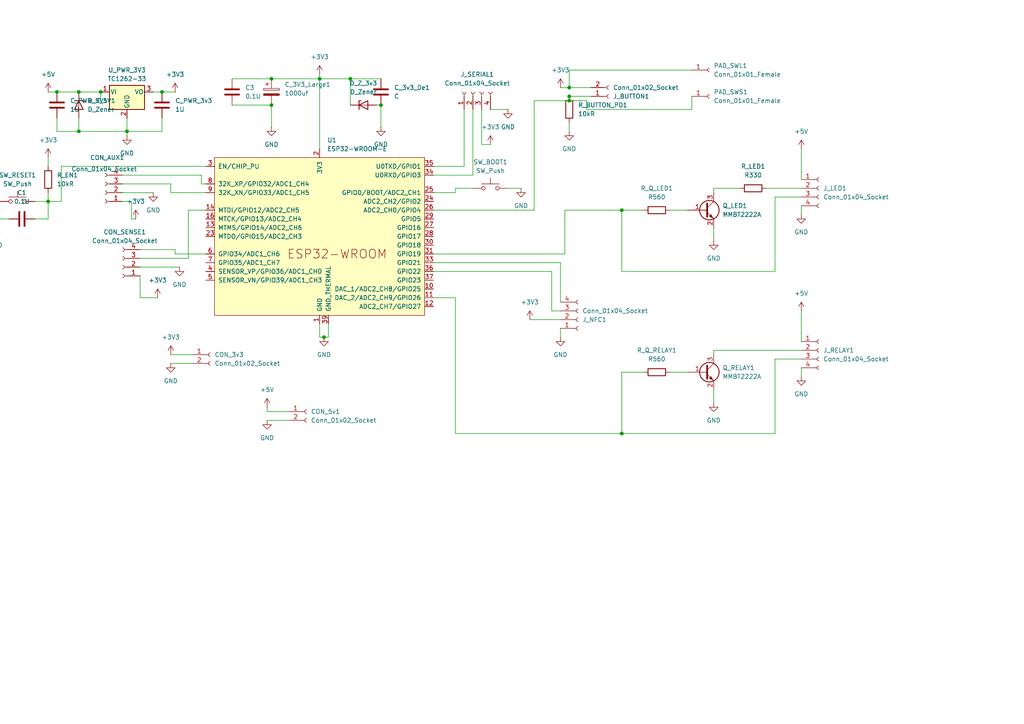
<source format=kicad_sch>
(kicad_sch (version 20231120) (generator "eeschema") (generator_version "8.0")
  (paper "A4")
  (lib_symbols
    (symbol "Connector:Conn_01x01_Female" (pin_names (offset 1.016) hide)
      (property "Reference" "J" (at 0 2.54 0))
      (property "Value" "Conn_01x01_Female" (at 0 -2.54 0))
      (symbol "Conn_01x01_Female_1_1"
        (polyline (pts (xy -1.27 0) (xy -0.508 0)) (stroke (width 0.1524)))
        (arc (start 0 0.508) (mid -0.5058 0) (end 0 -0.508) (stroke (width 0.1524)))
        (pin passive line (at -5.08 0 0) (length 3.81) (name "Pin_1") (number "1"))
      )
    )
    (symbol "Connector:Conn_01x02_Socket" (pin_names (offset 1.016) hide)
      (property "Reference" "J" (at 0 2.54 0))
      (property "Value" "Conn_01x02_Socket" (at 0 -5.08 0))
      (symbol "Conn_01x02_Socket_1_1"
        (arc (start 0 -2.032) (mid -0.5058 -2.54) (end 0 -3.048) (stroke (width 0.1524)))
        (polyline (pts (xy -1.27 -2.54) (xy -0.508 -2.54)) (stroke (width 0.1524)))
        (polyline (pts (xy -1.27 0) (xy -0.508 0)) (stroke (width 0.1524)))
        (arc (start 0 0.508) (mid -0.5058 0) (end 0 -0.508) (stroke (width 0.1524)))
        (pin passive line (at -5.08 0 0) (length 3.81) (name "Pin_1") (number "1"))
        (pin passive line (at -5.08 -2.54 0) (length 3.81) (name "Pin_2") (number "2"))
      )
    )
    (symbol "Connector:Conn_01x04_Socket" (pin_names (offset 1.016) hide)
      (property "Reference" "J" (at 0 5.08 0))
      (property "Value" "Conn_01x04_Socket" (at 0 -7.62 0))
      (symbol "Conn_01x04_Socket_1_1"
        (arc (start 0 -4.572) (mid -0.5058 -5.08) (end 0 -5.588) (stroke (width 0.1524)))
        (arc (start 0 -2.032) (mid -0.5058 -2.54) (end 0 -3.048) (stroke (width 0.1524)))
        (polyline (pts (xy -1.27 -5.08) (xy -0.508 -5.08)) (stroke (width 0.1524)))
        (polyline (pts (xy -1.27 -2.54) (xy -0.508 -2.54)) (stroke (width 0.1524)))
        (polyline (pts (xy -1.27 0) (xy -0.508 0)) (stroke (width 0.1524)))
        (polyline (pts (xy -1.27 2.54) (xy -0.508 2.54)) (stroke (width 0.1524)))
        (arc (start 0 0.508) (mid -0.5058 0) (end 0 -0.508) (stroke (width 0.1524)))
        (arc (start 0 3.048) (mid -0.5058 2.54) (end 0 2.032) (stroke (width 0.1524)))
        (pin passive line (at -5.08 2.54 0) (length 3.81) (name "Pin_1") (number "1"))
        (pin passive line (at -5.08 0 0) (length 3.81) (name "Pin_2") (number "2"))
        (pin passive line (at -5.08 -2.54 0) (length 3.81) (name "Pin_3") (number "3"))
        (pin passive line (at -5.08 -5.08 0) (length 3.81) (name "Pin_4") (number "4"))
      )
    )
    (symbol "Device:C" (pin_numbers hide) (pin_names (offset 0.254))
      (property "Reference" "C" (at 0.635 2.54 0))
      (property "Value" "C" (at 0.635 -2.54 0))
      (symbol "C_0_1"
        (polyline (pts (xy -2.032 -0.762) (xy 2.032 -0.762)) (stroke (width 0.508)))
        (polyline (pts (xy -2.032 0.762) (xy 2.032 0.762)) (stroke (width 0.508)))
      )
      (symbol "C_1_1"
        (pin passive line (at 0 3.81 270) (length 2.794) (name "~") (number "1"))
        (pin passive line (at 0 -3.81 90) (length 2.794) (name "~") (number "2"))
      )
    )
    (symbol "Device:C_Polarized" (pin_numbers hide) (pin_names (offset 0.254))
      (property "Reference" "C" (at 0.635 2.54 0))
      (property "Value" "C_Polarized" (at 0.635 -2.54 0))
      (symbol "C_Polarized_0_1"
        (rectangle (start -2.286 0.508) (end 2.286 1.016))
        (polyline (pts (xy -1.778 2.286) (xy -0.762 2.286)))
        (polyline (pts (xy -1.27 2.794) (xy -1.27 1.778)))
        (rectangle (start 2.286 -0.508) (end -2.286 -1.016) (fill (type outline)))
      )
      (symbol "C_Polarized_1_1"
        (pin passive line (at 0 3.81 270) (length 2.794) (name "~") (number "1"))
        (pin passive line (at 0 -3.81 90) (length 2.794) (name "~") (number "2"))
      )
    )
    (symbol "Device:D_Zener" (pin_numbers hide) (pin_names (offset 1.016) hide)
      (property "Reference" "D" (at 0 2.54 0))
      (property "Value" "D_Zener" (at 0 -2.54 0))
      (symbol "D_Zener_0_1"
        (polyline (pts (xy 1.27 0) (xy -1.27 0)))
        (polyline (pts (xy -1.27 -1.27) (xy -1.27 1.27) (xy -0.762 1.27)) (stroke (width 0.254)))
        (polyline (pts (xy 1.27 -1.27) (xy 1.27 1.27) (xy -1.27 0) (xy 1.27 -1.27)) (stroke (width 0.254)))
      )
      (symbol "D_Zener_1_1"
        (pin passive line (at -3.81 0 0) (length 2.54) (name "K") (number "1"))
        (pin passive line (at 3.81 0 180) (length 2.54) (name "A") (number "2"))
      )
    )
    (symbol "Device:R" (pin_numbers hide) (pin_names (offset 0))
      (property "Reference" "R" (at 2.032 0 90))
      (property "Value" "R" (at 0 0 90))
      (symbol "R_0_1"
        (rectangle (start -1.016 -2.54) (end 1.016 2.54) (stroke (width 0.254)))
      )
      (symbol "R_1_1"
        (pin passive line (at 0 3.81 270) (length 1.27) (name "~") (number "1"))
        (pin passive line (at 0 -3.81 90) (length 1.27) (name "~") (number "2"))
      )
    )
    (symbol "PCM_Espressif:ESP32-WROOM-E" (pin_names (offset 1.016))
      (property "Reference" "U" (at -30.48 27.94 0))
      (property "Value" "ESP32-WROOM-E" (at -30.48 25.4 0))
      (symbol "ESP32-WROOM-E_0_1"
        (rectangle (start -30.48 22.86) (end 30.48 -22.86) (fill (type background)))
      )
      (symbol "ESP32-WROOM-E_1_1"
        (text "ESP32-­WROOM­" (at 5.08 -5.08 0) (effects (font (size 2.54 2.54))))
        (pin power_in line (at 0 -25.4 90) (length 2.54) (name "GND") (number "1"))
        (pin bidirectional line (at 33.02 -15.24 180) (length 2.54) (name "DAC_1/ADC2_CH8/GPIO25") (number "10"))
        (pin bidirectional line (at 33.02 -17.78 180) (length 2.54) (name "DAC_2/ADC2_CH9/GPIO26") (number "11"))
        (pin bidirectional line (at 33.02 -20.32 180) (length 2.54) (name "ADC2_CH7/GPIO27") (number "12"))
        (pin bidirectional line (at -33.02 2.54 0) (length 2.54) (name "MTMS/GPIO14/ADC2_CH6") (number "13"))
        (pin bidirectional line (at -33.02 7.62 0) (length 2.54) (name "MTDI/GPIO12/ADC2_CH5") (number "14"))
        (pin passive line (at 0 -25.4 90) (length 2.54) hide (name "GND") (number "15"))
        (pin bidirectional line (at -33.02 5.08 0) (length 2.54) (name "MTCK/GPIO13/ADC2_CH4") (number "16"))
        (pin power_in line (at 0 25.4 270) (length 2.54) (name "3V3") (number "2"))
        (pin bidirectional line (at -33.02 0 0) (length 2.54) (name "MTDO/GPIO15/ADC2_CH3") (number "23"))
        (pin bidirectional line (at 33.02 10.16 180) (length 2.54) (name "ADC2_CH2/GPIO2") (number "24"))
        (pin bidirectional line (at 33.02 12.7 180) (length 2.54) (name "GPIO0/BOOT/ADC2_CH1") (number "25"))
        (pin bidirectional line (at 33.02 7.62 180) (length 2.54) (name "ADC2_CH0/GPIO4") (number "26"))
        (pin bidirectional line (at 33.02 2.54 180) (length 2.54) (name "GPIO16") (number "27"))
        (pin bidirectional line (at 33.02 0 180) (length 2.54) (name "GPIO17") (number "28"))
        (pin bidirectional line (at 33.02 5.08 180) (length 2.54) (name "GPIO5") (number "29"))
        (pin input line (at -33.02 20.32 0) (length 2.54) (name "EN/CHIP_PU") (number "3"))
        (pin bidirectional line (at 33.02 -2.54 180) (length 2.54) (name "GPIO18") (number "30"))
        (pin bidirectional line (at 33.02 -5.08 180) (length 2.54) (name "GPIO19") (number "31"))
        (pin bidirectional line (at 33.02 -7.62 180) (length 2.54) (name "GPIO21") (number "33"))
        (pin bidirectional line (at 33.02 17.78 180) (length 2.54) (name "U0RXD/GPIO3") (number "34"))
        (pin bidirectional line (at 33.02 20.32 180) (length 2.54) (name "U0TXD/GPIO1") (number "35"))
        (pin bidirectional line (at 33.02 -10.16 180) (length 2.54) (name "GPIO22") (number "36"))
        (pin bidirectional line (at 33.02 -12.7 180) (length 2.54) (name "GPIO23") (number "37"))
        (pin passive line (at 0 -25.4 90) (length 2.54) hide (name "GND") (number "38"))
        (pin power_in line (at 2.54 -25.4 90) (length 2.54) (name "GND_THERMAL") (number "39"))
        (pin input line (at -33.02 -10.16 0) (length 2.54) (name "SENSOR_VP/GPIO36/ADC1_CH0") (number "4"))
        (pin input line (at -33.02 -12.7 0) (length 2.54) (name "SENSOR_VN/GPIO39/ADC1_CH3") (number "5"))
        (pin input line (at -33.02 -5.08 0) (length 2.54) (name "GPIO34/ADC1_CH6") (number "6"))
        (pin input line (at -33.02 -7.62 0) (length 2.54) (name "GPIO35/ADC1_CH7") (number "7"))
        (pin bidirectional line (at -33.02 15.24 0) (length 2.54) (name "32K_XP/GPIO32/ADC1_CH4") (number "8"))
        (pin bidirectional line (at -33.02 12.7 0) (length 2.54) (name "32K_XN/GPIO33/ADC1_CH5") (number "9"))
      )
    )
    (symbol "Regulator_Linear:TC1262-33" (pin_names (offset 0.254))
      (property "Reference" "U" (at -3.81 3.175 0))
      (property "Value" "TC1262-33" (at 0 3.175 0))
      (symbol "TC1262-33_1_1"
        (rectangle (start -5.08 1.905) (end 5.08 -5.08) (stroke (width 0.254)) (fill (type background)))
        (pin power_in line (at -7.62 0 0) (length 2.54) (name "VI") (number "1"))
        (pin power_in line (at 0 -7.62 90) (length 2.54) (name "GND") (number "2"))
        (pin power_out line (at 7.62 0 180) (length 2.54) (name "VO") (number "3"))
      )
    )
    (symbol "Switch:SW_Push" (pin_numbers hide) (pin_names (offset 1.016) hide)
      (property "Reference" "SW" (at 1.27 2.54 0))
      (property "Value" "SW_Push" (at 0 -1.524 0))
      (symbol "SW_Push_0_1"
        (circle (center -2.032 0) (radius 0.508))
        (polyline (pts (xy 0 1.27) (xy 0 3.048)))
        (polyline (pts (xy 2.54 1.27) (xy -2.54 1.27)))
        (circle (center 2.032 0) (radius 0.508))
        (pin passive line (at -5.08 0 0) (length 2.54) (name "1") (number "1"))
        (pin passive line (at 5.08 0 180) (length 2.54) (name "2") (number "2"))
      )
    )
    (symbol "Transistor_BJT:MMBT2222A" (pin_names (offset 0) hide)
      (property "Reference" "Q" (at 5.08 1.905 0))
      (property "Value" "MMBT2222A" (at 5.08 0 0))
      (symbol "MMBT2222A_0_1"
        (polyline (pts (xy 0.635 0.635) (xy 2.54 2.54)))
        (polyline (pts (xy 0.635 -0.635) (xy 2.54 -2.54) (xy 2.54 -2.54)))
        (polyline (pts (xy 0.635 1.905) (xy 0.635 -1.905) (xy 0.635 -1.905)) (stroke (width 0.508)))
        (polyline (pts (xy 1.27 -1.778) (xy 1.778 -1.27) (xy 2.286 -2.286) (xy 1.27 -1.778) (xy 1.27 -1.778)) (fill (type outline)))
        (circle (center 1.27 0) (radius 2.8194) (stroke (width 0.254)))
      )
      (symbol "MMBT2222A_1_1"
        (pin input line (at -5.08 0 0) (length 5.715) (name "B") (number "1"))
        (pin passive line (at 2.54 -5.08 90) (length 2.54) (name "E") (number "2"))
        (pin passive line (at 2.54 5.08 270) (length 2.54) (name "C") (number "3"))
      )
    )
    (symbol "power:+3V3" (power) (pin_numbers hide) (pin_names (offset 0) hide)
      (property "Value" "+3V3" (at 0 3.556 0))
      (symbol "+3V3_0_1"
        (polyline (pts (xy -0.762 1.27) (xy 0 2.54)))
        (polyline (pts (xy 0 0) (xy 0 2.54)))
        (polyline (pts (xy 0 2.54) (xy 0.762 1.27)))
      )
      (symbol "+3V3_1_1"
        (pin power_in line (at 0 0 90) (length 0) (name "~") (number "1"))
      )
    )
    (symbol "power:+5V" (power) (pin_numbers hide) (pin_names (offset 0) hide)
      (property "Value" "+5V" (at 0 3.556 0))
      (symbol "+5V_0_1"
        (polyline (pts (xy -0.762 1.27) (xy 0 2.54)))
        (polyline (pts (xy 0 0) (xy 0 2.54)))
        (polyline (pts (xy 0 2.54) (xy 0.762 1.27)))
      )
      (symbol "+5V_1_1"
        (pin power_in line (at 0 0 90) (length 0) (name "~") (number "1"))
      )
    )
    (symbol "power:GND" (power) (pin_numbers hide) (pin_names (offset 0) hide)
      (property "Value" "GND" (at 0 -3.81 0))
      (symbol "GND_0_1"
        (polyline (pts (xy 0 0) (xy 0 -1.27) (xy 1.27 -1.27) (xy 0 -2.54) (xy -1.27 -1.27) (xy 0 -1.27)))
      )
      (symbol "GND_1_1"
        (pin power_in line (at 0 0 270) (length 0) (name "~") (number "1"))
      )
    )
  )
  (junction (at 165.1 27.94))
  (junction (at 93.98 97.79))
  (junction (at 29.21 26.67))
  (junction (at 78.74 22.86))
  (junction (at 110.49 30.48))
  (junction (at 13.97 58.42))
  (junction (at 180.34 125.73))
  (junction (at 22.86 26.67))
  (junction (at 165.1 25.4))
  (junction (at 165.1 29.21))
  (junction (at 22.86 38.1))
  (junction (at 78.74 30.48))
  (junction (at 101.6 22.86))
  (junction (at 36.83 38.1))
  (junction (at 16.51 26.67))
  (junction (at 180.34 60.96))
  (junction (at 46.99 26.67))
  (junction (at 92.71 22.86))
  (junction (at -1.27 63.5))
  (wire (pts (xy 200.66 31.75) (xy 200.66 27.94)))
  (wire (pts (xy 49.53 53.34) (xy 49.53 55.88)))
  (wire (pts (xy 232.41 104.14) (xy 224.79 104.14)))
  (wire (pts (xy 163.83 60.96) (xy 180.34 60.96)))
  (wire (pts (xy 165.1 27.94) (xy 171.45 27.94)))
  (wire (pts (xy 58.42 53.34) (xy 58.42 50.8)))
  (wire (pts (xy 180.34 60.96) (xy 180.34 78.74)))
  (wire (pts (xy 46.99 38.1) (xy 36.83 38.1)))
  (wire (pts (xy 46.99 26.67) (xy 50.8 26.67)))
  (wire (pts (xy 232.41 101.6) (xy 207.01 101.6)))
  (wire (pts (xy 186.69 60.96) (xy 180.34 60.96)))
  (wire (pts (xy 162.56 25.4) (xy 165.1 25.4)))
  (wire (pts (xy 10.16 58.42) (xy 13.97 58.42)))
  (wire (pts (xy 29.21 26.67) (xy 29.21 29.21)))
  (wire (pts (xy 16.51 38.1) (xy 22.86 38.1)))
  (wire (pts (xy 110.49 30.48) (xy 110.49 36.83)))
  (wire (pts (xy 224.79 104.14) (xy 224.79 125.73)))
  (wire (pts (xy 13.97 55.88) (xy 13.97 58.42)))
  (wire (pts (xy 165.1 27.94) (xy 165.1 29.21)))
  (wire (pts (xy 50.8 73.66) (xy 50.8 72.39)))
  (wire (pts (xy 162.56 95.25) (xy 162.56 97.79)))
  (wire (pts (xy 10.16 63.5) (xy 13.97 63.5)))
  (wire (pts (xy 49.53 55.88) (xy 59.69 55.88)))
  (wire (pts (xy 232.41 59.69) (xy 232.41 62.23)))
  (wire (pts (xy 165.1 25.4) (xy 171.45 25.4)))
  (wire (pts (xy 92.71 22.86) (xy 92.71 43.18)))
  (wire (pts (xy -1.27 58.42) (xy -1.27 63.5)))
  (wire (pts (xy 59.69 60.96) (xy 54.61 60.96)))
  (wire (pts (xy 180.34 125.73) (xy 180.34 107.95)))
  (wire (pts (xy 186.69 107.95) (xy 180.34 107.95)))
  (wire (pts (xy 222.25 54.61) (xy 232.41 54.61)))
  (wire (pts (xy 22.86 38.1) (xy 36.83 38.1)))
  (wire (pts (xy 154.94 29.21) (xy 165.1 29.21)))
  (wire (pts (xy 22.86 26.67) (xy 29.21 26.67)))
  (wire (pts (xy 109.22 30.48) (xy 110.49 30.48)))
  (wire (pts (xy 35.56 55.88) (xy 44.45 55.88)))
  (wire (pts (xy 77.47 121.92) (xy 83.82 121.92)))
  (wire (pts (xy 58.42 50.8) (xy 35.56 50.8)))
  (wire (pts (xy 54.61 60.96) (xy 54.61 74.93)))
  (wire (pts (xy 45.72 86.36) (xy 40.64 86.36)))
  (wire (pts (xy 22.86 34.29) (xy 22.86 38.1)))
  (wire (pts (xy 95.25 93.98) (xy 95.25 97.79)))
  (wire (pts (xy 132.08 55.88) (xy 125.73 55.88)))
  (wire (pts (xy 92.71 93.98) (xy 92.71 97.79)))
  (wire (pts (xy 160.02 90.17) (xy 162.56 90.17)))
  (wire (pts (xy 232.41 57.15) (xy 224.79 57.15)))
  (wire (pts (xy 67.31 30.48) (xy 78.74 30.48)))
  (wire (pts (xy 165.1 35.56) (xy 165.1 38.1)))
  (wire (pts (xy 40.64 77.47) (xy 52.07 77.47)))
  (wire (pts (xy 207.01 66.04) (xy 207.01 69.85)))
  (wire (pts (xy 78.74 22.86) (xy 92.71 22.86)))
  (wire (pts (xy 54.61 74.93) (xy 40.64 74.93)))
  (wire (pts (xy 77.47 119.38) (xy 83.82 119.38)))
  (wire (pts (xy 207.01 54.61) (xy 214.63 54.61)))
  (wire (pts (xy 40.64 86.36) (xy 40.64 80.01)))
  (wire (pts (xy 67.31 22.86) (xy 78.74 22.86)))
  (wire (pts (xy 162.56 76.2) (xy 162.56 87.63)))
  (wire (pts (xy 13.97 45.72) (xy 13.97 48.26)))
  (wire (pts (xy 49.53 102.87) (xy 55.88 102.87)))
  (wire (pts (xy 125.73 86.36) (xy 132.08 86.36)))
  (wire (pts (xy 142.24 41.91) (xy 139.7 41.91)))
  (wire (pts (xy 165.1 20.32) (xy 165.1 25.4)))
  (wire (pts (xy 200.66 20.32) (xy 165.1 20.32)))
  (wire (pts (xy 101.6 30.48) (xy 101.6 22.86)))
  (wire (pts (xy 13.97 26.67) (xy 16.51 26.67)))
  (wire (pts (xy 125.73 76.2) (xy 162.56 76.2)))
  (wire (pts (xy 170.18 31.75) (xy 200.66 31.75)))
  (wire (pts (xy 92.71 97.79) (xy 93.98 97.79)))
  (wire (pts (xy 78.74 30.48) (xy 78.74 36.83)))
  (wire (pts (xy 132.08 54.61) (xy 132.08 55.88)))
  (wire (pts (xy 132.08 125.73) (xy 180.34 125.73)))
  (wire (pts (xy 38.1 63.5) (xy 39.37 63.5)))
  (wire (pts (xy 132.08 86.36) (xy 132.08 125.73)))
  (wire (pts (xy 16.51 34.29) (xy 16.51 38.1)))
  (wire (pts (xy 147.32 54.61) (xy 151.13 54.61)))
  (wire (pts (xy 35.56 58.42) (xy 38.1 58.42)))
  (wire (pts (xy 59.69 53.34) (xy 58.42 53.34)))
  (wire (pts (xy 13.97 63.5) (xy 13.97 58.42)))
  (wire (pts (xy 142.24 31.75) (xy 147.32 31.75)))
  (wire (pts (xy 17.78 48.26) (xy 17.78 58.42)))
  (wire (pts (xy 134.62 48.26) (xy 134.62 31.75)))
  (wire (pts (xy 153.67 92.71) (xy 162.56 92.71)))
  (wire (pts (xy 35.56 53.34) (xy 49.53 53.34)))
  (wire (pts (xy 137.16 54.61) (xy 132.08 54.61)))
  (wire (pts (xy 17.78 48.26) (xy 59.69 48.26)))
  (wire (pts (xy 95.25 97.79) (xy 93.98 97.79)))
  (wire (pts (xy 92.71 22.86) (xy 101.6 22.86)))
  (wire (pts (xy -1.27 63.5) (xy -1.27 66.04)))
  (wire (pts (xy -1.27 63.5) (xy 2.54 63.5)))
  (wire (pts (xy 59.69 73.66) (xy 50.8 73.66)))
  (wire (pts (xy 125.73 60.96) (xy 154.94 60.96)))
  (wire (pts (xy 36.83 38.1) (xy 36.83 39.37)))
  (wire (pts (xy 232.41 90.17) (xy 232.41 99.06)))
  (wire (pts (xy 44.45 26.67) (xy 46.99 26.67)))
  (wire (pts (xy 194.31 60.96) (xy 199.39 60.96)))
  (wire (pts (xy 137.16 50.8) (xy 137.16 31.75)))
  (wire (pts (xy 165.1 29.21) (xy 170.18 29.21)))
  (wire (pts (xy 125.73 73.66) (xy 163.83 73.66)))
  (wire (pts (xy 125.73 78.74) (xy 160.02 78.74)))
  (wire (pts (xy 224.79 78.74) (xy 180.34 78.74)))
  (wire (pts (xy 125.73 50.8) (xy 137.16 50.8)))
  (wire (pts (xy 36.83 34.29) (xy 36.83 38.1)))
  (wire (pts (xy 38.1 58.42) (xy 38.1 63.5)))
  (wire (pts (xy 194.31 107.95) (xy 199.39 107.95)))
  (wire (pts (xy 160.02 78.74) (xy 160.02 90.17)))
  (wire (pts (xy 232.41 106.68) (xy 232.41 109.22)))
  (wire (pts (xy 16.51 26.67) (xy 22.86 26.67)))
  (wire (pts (xy 154.94 60.96) (xy 154.94 29.21)))
  (wire (pts (xy 92.71 21.59) (xy 92.71 22.86)))
  (wire (pts (xy 232.41 43.18) (xy 232.41 52.07)))
  (wire (pts (xy 17.78 58.42) (xy 13.97 58.42)))
  (wire (pts (xy 49.53 105.41) (xy 55.88 105.41)))
  (wire (pts (xy 163.83 60.96) (xy 163.83 73.66)))
  (wire (pts (xy 46.99 34.29) (xy 46.99 38.1)))
  (wire (pts (xy 101.6 22.86) (xy 110.49 22.86)))
  (wire (pts (xy 207.01 113.03) (xy 207.01 116.84)))
  (wire (pts (xy 170.18 29.21) (xy 170.18 31.75)))
  (wire (pts (xy 207.01 54.61) (xy 207.01 55.88)))
  (wire (pts (xy 50.8 72.39) (xy 40.64 72.39)))
  (wire (pts (xy 139.7 41.91) (xy 139.7 31.75)))
  (wire (pts (xy 125.73 48.26) (xy 134.62 48.26)))
  (wire (pts (xy 207.01 101.6) (xy 207.01 102.87)))
  (wire (pts (xy 77.47 118.11) (xy 77.47 119.38)))
  (wire (pts (xy 224.79 57.15) (xy 224.79 78.74)))
  (wire (pts (xy 224.79 125.73) (xy 180.34 125.73)))
  (wire (pts (xy 0 58.42) (xy -1.27 58.42)))
  (symbol (lib_id "power:GND") (at 165.1 38.1 0) (unit 1)
    (property "Reference" "#PWR012" (effects (hide yes)))
    (property "Value" "GND" (at 165.1 43.18 0))
    (property "Description" "Power symbol creates a global label with name \"GND\" , ground" (effects (hide yes)))
  )
  (symbol (lib_id "power:+3V3") (at 92.71 21.59 0) (unit 1)
    (property "Reference" "#PWR01" (effects (hide yes)))
    (property "Value" "+3V3" (at 92.71 16.51 0))
    (property "Description" "Power symbol creates a global label with name \"+3V3\"" (effects (hide yes)))
  )
  (symbol (lib_id "power:+3V3") (at 153.67 92.71 0) (unit 1)
    (property "Reference" "#PWR010" (effects (hide yes)))
    (property "Value" "+3V3" (at 153.67 87.63 0))
    (property "Description" "Power symbol creates a global label with name \"+3V3\"" (effects (hide yes)))
  )
  (symbol (lib_id "Connector:Conn_01x02_Socket") (at 60.96 102.87 0) (unit 1)
    (property "Reference" "CON_3v3" (at 62.23 102.8699 0) (effects (justify left)))
    (property "Value" "Conn_01x02_Socket" (at 62.23 105.4099 0) (effects (justify left)))
    (property "Footprint" "Connector_PinHeader_2.54mm:PinHeader_1x02_P2.54mm_Vertical" (effects (hide yes)))
    (property "Description" "Generic connector, single row, 01x02, script generated" (effects (hide yes)))
  )
  (symbol (lib_id "Connector:Conn_01x01_Female") (at 205.74 20.32 0) (unit 1)
    (property "Reference" "PAD_SWL1" (at 207.01 19.0499 0) (effects (justify left)))
    (property "Value" "Conn_01x01_Female" (at 207.01 21.5899 0) (effects (justify left)))
    (property "Footprint" "Connector_Wire:SolderWirePad_1x01_SMD_1x2mm" (effects (hide yes)))
    (property "Description" "Generic connector, single row, 01x01, script generated (kicad-library-utils/schlib/autogen/connector/)" (effects (hide yes)))
  )
  (symbol (lib_id "Device:R") (at 165.1 31.75 0) (unit 1)
    (property "Reference" "R_BUTTON_PD1" (at 167.64 30.4799 0) (effects (justify left)))
    (property "Value" "10kR" (at 167.64 33.0199 0) (effects (justify left)))
    (property "Footprint" "Resistor_SMD:R_2010_5025Metric_Pad1.40x2.65mm_HandSolder" (effects (hide yes)))
    (property "Description" "Resistor" (effects (hide yes)))
  )
  (symbol (lib_id "Connector:Conn_01x04_Socket") (at 167.64 92.71 0) (mirror x) (unit 1)
    (property "Reference" "J_NFC1" (at 168.91 92.7101 0) (effects (justify left)))
    (property "Value" "Conn_01x04_Socket" (at 168.91 90.1701 0) (effects (justify left)))
    (property "Footprint" "Connector_PinSocket_2.54mm:PinSocket_1x04_P2.54mm_Vertical" (effects (hide yes)))
    (property "Description" "Generic connector, single row, 01x04, script generated" (effects (hide yes)))
  )
  (symbol (lib_id "power:+3V3") (at 49.53 102.87 0) (unit 1)
    (property "Reference" "#PWR25" (effects (hide yes)))
    (property "Value" "+3V3" (at 49.53 97.79 0))
    (property "Description" "Power symbol creates a global label with name \"+3V3\"" (effects (hide yes)))
  )
  (symbol (lib_id "power:+3V3") (at 142.24 41.91 0) (unit 1)
    (property "Reference" "#PWR018" (effects (hide yes)))
    (property "Value" "+3V3" (at 142.24 36.83 0))
    (property "Description" "Power symbol creates a global label with name \"+3V3\"" (effects (hide yes)))
  )
  (symbol (lib_id "power:GND") (at 232.41 62.23 0) (unit 1)
    (property "Reference" "#PWR08" (effects (hide yes)))
    (property "Value" "GND" (at 232.41 67.31 0))
    (property "Description" "Power symbol creates a global label with name \"GND\" , ground" (effects (hide yes)))
  )
  (symbol (lib_id "power:GND") (at 49.53 105.41 0) (unit 1)
    (property "Reference" "#PWR26" (effects (hide yes)))
    (property "Value" "GND" (at 49.53 110.49 0))
    (property "Description" "Power symbol creates a global label with name \"GND\" , ground" (effects (hide yes)))
  )
  (symbol (lib_id "Device:C") (at 46.99 30.48 0) (unit 1)
    (property "Reference" "C_PWR_3v3" (at 50.8 29.2099 0) (effects (justify left)))
    (property "Value" "1U" (at 50.8 31.7499 0) (effects (justify left)))
    (property "Footprint" "Capacitor_SMD:C_1808_4520Metric_Pad1.72x2.30mm_HandSolder" (effects (hide yes)))
    (property "Description" "Unpolarized capacitor" (effects (hide yes)))
  )
  (symbol (lib_id "Connector:Conn_01x02_Socket") (at 176.53 27.94 0) (mirror x) (unit 1)
    (property "Reference" "J_BUTTON1" (at 177.8 27.9401 0) (effects (justify left)))
    (property "Value" "Conn_01x02_Socket" (at 177.8 25.4001 0) (effects (justify left)))
    (property "Footprint" "Connector_PinHeader_2.54mm:PinHeader_1x02_P2.54mm_Vertical" (effects (hide yes)))
    (property "Description" "Generic connector, single row, 01x02, script generated" (effects (hide yes)))
  )
  (symbol (lib_id "Connector:Conn_01x04_Socket") (at 35.56 77.47 180) (unit 1)
    (property "Reference" "CON_SENSE1" (at 36.195 67.31 0))
    (property "Value" "Conn_01x04_Socket" (at 36.195 69.85 0))
    (property "Footprint" "Connector_PinHeader_2.54mm:PinHeader_1x04_P2.54mm_Vertical" (effects (hide yes)))
    (property "Description" "Generic connector, single row, 01x04, script generated" (effects (hide yes)))
  )
  (symbol (lib_id "Transistor_BJT:MMBT2222A") (at 204.47 107.95 0) (unit 1)
    (property "Reference" "Q_RELAY1" (at 209.55 106.6799 0) (effects (justify left)))
    (property "Value" "MMBT2222A" (at 209.55 109.2199 0) (effects (justify left)))
    (property "Footprint" "Package_TO_SOT_SMD:SOT-23W_Handsoldering" (effects (hide yes)))
    (property "Datasheet" "https://assets.nexperia.com/documents/data-sheet/MMBT2222A.pdf" (effects (hide yes)))
    (property "Description" "600mA Ic, 40V Vce, NPN Transistor, SOT-23" (effects (hide yes)))
  )
  (symbol (lib_id "Switch:SW_Push") (at 142.24 54.61 0) (unit 1)
    (property "Reference" "SW_BOOT1" (at 142.24 46.99 0))
    (property "Value" "SW_Push" (at 142.24 49.53 0))
    (property "Footprint" "Button_Switch_SMD:SW_SPST_B3S-1000" (effects (hide yes)))
    (property "Description" "Push button switch, generic, two pins" (effects (hide yes)))
  )
  (symbol (lib_id "power:GND") (at 44.45 55.88 0) (unit 1)
    (property "Reference" "#PWR28" (effects (hide yes)))
    (property "Value" "GND" (at 44.45 60.96 0))
    (property "Description" "Power symbol creates a global label with name \"GND\" , ground" (effects (hide yes)))
  )
  (symbol (lib_id "Regulator_Linear:TC1262-33") (at 36.83 26.67 0) (unit 1)
    (property "Reference" "U_PWR_3V3" (at 36.83 20.32 0))
    (property "Value" "TC1262-33" (at 36.83 22.86 0))
    (property "Footprint" "Package_TO_SOT_SMD:SOT-223-3_TabPin2" (effects (hide yes)))
    (property "Datasheet" "http://ww1.microchip.com/downloads/en/DeviceDoc/21373C.pdf" (effects (hide yes)))
    (property "Description" "500mA Low Dropout CMOS Voltage Regulator, Fixed Output 3.3V, TO-220/SOT-223/TO-263" (effects (hide yes)))
  )
  (symbol (lib_id "Connector:Conn_01x04_Socket") (at 137.16 26.67 90) (unit 1)
    (property "Reference" "J_SERIAL1" (at 138.43 21.59 90))
    (property "Value" "Conn_01x04_Socket" (at 138.43 24.13 90))
    (property "Footprint" "Connector_PinSocket_2.54mm:PinSocket_1x04_P2.54mm_Vertical" (effects (hide yes)))
    (property "Description" "Generic connector, single row, 01x04, script generated" (effects (hide yes)))
  )
  (symbol (lib_id "Device:C") (at 16.51 30.48 0) (unit 1)
    (property "Reference" "C_PWR_5V1" (at 20.32 29.2099 0) (effects (justify left)))
    (property "Value" "1U" (at 20.32 31.7499 0) (effects (justify left)))
    (property "Footprint" "Capacitor_SMD:C_1808_4520Metric_Pad1.72x2.30mm_HandSolder" (effects (hide yes)))
    (property "Description" "Unpolarized capacitor" (effects (hide yes)))
  )
  (symbol (lib_id "power:GND") (at 151.13 54.61 0) (unit 1)
    (property "Reference" "#PWR020" (effects (hide yes)))
    (property "Value" "GND" (at 151.13 59.69 0))
    (property "Description" "Power symbol creates a global label with name \"GND\" , ground" (effects (hide yes)))
  )
  (symbol (lib_id "Device:R") (at 13.97 52.07 0) (unit 1)
    (property "Reference" "R_EN1" (at 16.51 50.7999 0) (effects (justify left)))
    (property "Value" "10kR" (at 16.51 53.3399 0) (effects (justify left)))
    (property "Footprint" "Resistor_SMD:R_2010_5025Metric_Pad1.40x2.65mm_HandSolder" (effects (hide yes)))
    (property "Description" "Resistor" (effects (hide yes)))
  )
  (symbol (lib_id "power:+5V") (at 13.97 26.67 0) (unit 1)
    (property "Reference" "#PWR013" (effects (hide yes)))
    (property "Value" "+5V" (at 13.97 21.59 0))
    (property "Description" "Power symbol creates a global label with name \"+5V\"" (effects (hide yes)))
  )
  (symbol (lib_id "Device:C") (at 67.31 26.67 0) (unit 1)
    (property "Reference" "C3" (at 71.12 25.3999 0) (effects (justify left)))
    (property "Value" "0.1U" (at 71.12 27.9399 0) (effects (justify left)))
    (property "Footprint" "Capacitor_SMD:C_1808_4520Metric_Pad1.72x2.30mm_HandSolder" (effects (hide yes)))
    (property "Description" "Unpolarized capacitor" (effects (hide yes)))
  )
  (symbol (lib_id "power:+5V") (at 232.41 43.18 0) (unit 1)
    (property "Reference" "#PWR07" (effects (hide yes)))
    (property "Value" "+5V" (at 232.41 38.1 0))
    (property "Description" "Power symbol creates a global label with name \"+5V\"" (effects (hide yes)))
  )
  (symbol (lib_id "Device:R") (at 190.5 107.95 90) (unit 1)
    (property "Reference" "R_Q_RELAY1" (at 190.5 101.6 90))
    (property "Value" "R560" (at 190.5 104.14 90))
    (property "Footprint" "Resistor_SMD:R_2010_5025Metric_Pad1.40x2.65mm_HandSolder" (effects (hide yes)))
    (property "Description" "Resistor" (effects (hide yes)))
  )
  (symbol (lib_id "PCM_Espressif:ESP32-WROOM-E") (at 92.71 68.58 0) (unit 1)
    (property "Reference" "U1" (at 94.9041 40.64 0) (effects (justify left)))
    (property "Value" "ESP32-WROOM-E" (at 94.9041 43.18 0) (effects (justify left)))
    (property "Footprint" "PCM_Espressif:ESP32-WROOM-32E" (effects (hide yes)))
    (property "Datasheet" "https://www.espressif.com/sites/default/files/documentation/esp32-wroom-32e_esp32-wroom-32ue_datasheet_en.pdf" (effects (hide yes)))
    (property "Description" "ESP32-WROOM-32E integrates ESP32-D0WD-V3, with higher stability and safety performance." (effects (hide yes)))
  )
  (symbol (lib_id "power:GND") (at 93.98 97.79 0) (unit 1)
    (property "Reference" "#PWR02" (effects (hide yes)))
    (property "Value" "GND" (at 93.98 102.87 0))
    (property "Description" "Power symbol creates a global label with name \"GND\" , ground" (effects (hide yes)))
  )
  (symbol (lib_id "Device:C_Polarized") (at 78.74 26.67 0) (unit 1)
    (property "Reference" "C_3V3_Large1" (at 82.55 24.5109 0) (effects (justify left)))
    (property "Value" "1000uf" (at 82.55 27.0509 0) (effects (justify left)))
    (property "Footprint" "Capacitor_THT:CP_Radial_D8.0mm_P5.00mm" (effects (hide yes)))
    (property "Description" "Polarized capacitor" (effects (hide yes)))
  )
  (symbol (lib_id "power:+5V") (at 77.47 118.11 0) (unit 1)
    (property "Reference" "#PWR29" (effects (hide yes)))
    (property "Value" "+5V" (at 77.47 113.03 0))
    (property "Description" "Power symbol creates a global label with name \"+5V\"" (effects (hide yes)))
  )
  (symbol (lib_id "Switch:SW_Push") (at 5.08 58.42 0) (unit 1)
    (property "Reference" "SW_RESET1" (at 5.08 50.8 0))
    (property "Value" "SW_Push" (at 5.08 53.34 0))
    (property "Footprint" "Button_Switch_SMD:SW_SPST_B3S-1000" (effects (hide yes)))
    (property "Description" "Push button switch, generic, two pins" (effects (hide yes)))
  )
  (symbol (lib_id "power:GND") (at 52.07 77.47 0) (unit 1)
    (property "Reference" "#PWR022" (effects (hide yes)))
    (property "Value" "GND" (at 52.07 82.55 0))
    (property "Description" "Power symbol creates a global label with name \"GND\" , ground" (effects (hide yes)))
  )
  (symbol (lib_id "Connector:Conn_01x02_Socket") (at 88.9 119.38 0) (unit 1)
    (property "Reference" "CON_5v1" (at 90.17 119.3799 0) (effects (justify left)))
    (property "Value" "Conn_01x02_Socket" (at 90.17 121.9199 0) (effects (justify left)))
    (property "Footprint" "Connector_PinHeader_2.54mm:PinHeader_1x02_P2.54mm_Vertical" (effects (hide yes)))
    (property "Description" "Generic connector, single row, 01x02, script generated" (effects (hide yes)))
  )
  (symbol (lib_id "Connector:Conn_01x04_Socket") (at 237.49 54.61 0) (unit 1)
    (property "Reference" "J_LED1" (at 238.76 54.6099 0) (effects (justify left)))
    (property "Value" "Conn_01x04_Socket" (at 238.76 57.1499 0) (effects (justify left)))
    (property "Footprint" "Connector_PinSocket_2.54mm:PinSocket_1x04_P2.54mm_Vertical" (effects (hide yes)))
    (property "Description" "Generic connector, single row, 01x04, script generated" (effects (hide yes)))
  )
  (symbol (lib_id "power:GND") (at 110.49 36.83 0) (unit 1)
    (property "Reference" "#PWR017" (effects (hide yes)))
    (property "Value" "GND" (at 110.49 41.91 0))
    (property "Description" "Power symbol creates a global label with name \"GND\" , ground" (effects (hide yes)))
  )
  (symbol (lib_id "Device:R") (at 190.5 60.96 90) (unit 1)
    (property "Reference" "R_Q_LED1" (at 190.5 54.61 90))
    (property "Value" "R560" (at 190.5 57.15 90))
    (property "Footprint" "Resistor_SMD:R_2010_5025Metric_Pad1.40x2.65mm_HandSolder" (effects (hide yes)))
    (property "Description" "Resistor" (effects (hide yes)))
  )
  (symbol (lib_id "power:GND") (at 207.01 116.84 0) (unit 1)
    (property "Reference" "#PWR04" (effects (hide yes)))
    (property "Value" "GND" (at 207.01 121.92 0))
    (property "Description" "Power symbol creates a global label with name \"GND\" , ground" (effects (hide yes)))
  )
  (symbol (lib_id "power:GND") (at 77.47 121.92 0) (unit 1)
    (property "Reference" "#PWR30" (effects (hide yes)))
    (property "Value" "GND" (at 77.47 127 0))
    (property "Description" "Power symbol creates a global label with name \"GND\" , ground" (effects (hide yes)))
  )
  (symbol (lib_id "power:GND") (at 36.83 39.37 0) (unit 1)
    (property "Reference" "#PWR014" (effects (hide yes)))
    (property "Value" "GND" (at 36.83 44.45 0))
    (property "Description" "Power symbol creates a global label with name \"GND\" , ground" (effects (hide yes)))
  )
  (symbol (lib_id "power:GND") (at 207.01 69.85 0) (unit 1)
    (property "Reference" "#PWR06" (effects (hide yes)))
    (property "Value" "GND" (at 207.01 74.93 0))
    (property "Description" "Power symbol creates a global label with name \"GND\" , ground" (effects (hide yes)))
  )
  (symbol (lib_id "Connector:Conn_01x01_Female") (at 205.74 27.94 0) (unit 1)
    (property "Reference" "PAD_SWS1" (at 207.01 26.6699 0) (effects (justify left)))
    (property "Value" "Conn_01x01_Female" (at 207.01 29.2099 0) (effects (justify left)))
    (property "Footprint" "Connector_Wire:SolderWirePad_1x01_SMD_1x2mm" (effects (hide yes)))
    (property "Description" "Generic connector, single row, 01x01, script generated (kicad-library-utils/schlib/autogen/connector/)" (effects (hide yes)))
  )
  (symbol (lib_id "power:+3V3") (at 39.37 63.5 0) (unit 1)
    (property "Reference" "#PWR27" (effects (hide yes)))
    (property "Value" "+3V3" (at 39.37 58.42 0))
    (property "Description" "Power symbol creates a global label with name \"+3V3\"" (effects (hide yes)))
  )
  (symbol (lib_id "power:GND") (at 232.41 109.22 0) (unit 1)
    (property "Reference" "#PWR05" (effects (hide yes)))
    (property "Value" "GND" (at 232.41 114.3 0))
    (property "Description" "Power symbol creates a global label with name \"GND\" , ground" (effects (hide yes)))
  )
  (symbol (lib_id "power:GND") (at 78.74 36.83 0) (unit 1)
    (property "Reference" "#PWR016" (effects (hide yes)))
    (property "Value" "GND" (at 78.74 41.91 0))
    (property "Description" "Power symbol creates a global label with name \"GND\" , ground" (effects (hide yes)))
  )
  (symbol (lib_id "power:+3V3") (at 13.97 45.72 0) (unit 1)
    (property "Reference" "#PWR24" (effects (hide yes)))
    (property "Value" "+3V3" (at 13.97 40.64 0))
    (property "Description" "Power symbol creates a global label with name \"+3V3\"" (effects (hide yes)))
  )
  (symbol (lib_id "Device:D_Zener") (at 105.41 30.48 0) (unit 1)
    (property "Reference" "D_Z_3v3" (at 105.41 24.13 0))
    (property "Value" "D_Zener" (at 105.41 26.67 0))
    (property "Footprint" "Diode_SMD:D_1210_3225Metric_Pad1.42x2.65mm_HandSolder" (effects (hide yes)))
    (property "Description" "Zener diode" (effects (hide yes)))
  )
  (symbol (lib_id "power:+3V3") (at 162.56 25.4 0) (unit 1)
    (property "Reference" "#PWR011" (effects (hide yes)))
    (property "Value" "+3V3" (at 162.56 20.32 0))
    (property "Description" "Power symbol creates a global label with name \"+3V3\"" (effects (hide yes)))
  )
  (symbol (lib_id "power:GND") (at 147.32 31.75 0) (unit 1)
    (property "Reference" "#PWR019" (effects (hide yes)))
    (property "Value" "GND" (at 147.32 36.83 0))
    (property "Description" "Power symbol creates a global label with name \"GND\" , ground" (effects (hide yes)))
  )
  (symbol (lib_id "power:GND") (at 162.56 97.79 0) (unit 1)
    (property "Reference" "#PWR09" (effects (hide yes)))
    (property "Value" "GND" (at 162.56 102.87 0))
    (property "Description" "Power symbol creates a global label with name \"GND\" , ground" (effects (hide yes)))
  )
  (symbol (lib_id "Transistor_BJT:MMBT2222A") (at 204.47 60.96 0) (unit 1)
    (property "Reference" "Q_LED1" (at 209.55 59.6899 0) (effects (justify left)))
    (property "Value" "MMBT2222A" (at 209.55 62.2299 0) (effects (justify left)))
    (property "Footprint" "Package_TO_SOT_SMD:SOT-23W_Handsoldering" (effects (hide yes)))
    (property "Datasheet" "https://assets.nexperia.com/documents/data-sheet/MMBT2222A.pdf" (effects (hide yes)))
    (property "Description" "600mA Ic, 40V Vce, NPN Transistor, SOT-23" (effects (hide yes)))
  )
  (symbol (lib_id "Device:D_Zener") (at 22.86 30.48 270) (unit 1)
    (property "Reference" "D_Z_5V1" (at 25.4 29.2099 90) (effects (justify left)))
    (property "Value" "D_Zener" (at 25.4 31.7499 90) (effects (justify left)))
    (property "Footprint" "Diode_SMD:D_1210_3225Metric_Pad1.42x2.65mm_HandSolder" (effects (hide yes)))
    (property "Description" "Zener diode" (effects (hide yes)))
  )
  (symbol (lib_id "power:+3V3") (at 50.8 26.67 0) (unit 1)
    (property "Reference" "#PWR015" (effects (hide yes)))
    (property "Value" "+3V3" (at 50.8 21.59 0))
    (property "Description" "Power symbol creates a global label with name \"+3V3\"" (effects (hide yes)))
  )
  (symbol (lib_id "power:+5V") (at 232.41 90.17 0) (unit 1)
    (property "Reference" "#PWR03" (effects (hide yes)))
    (property "Value" "+5V" (at 232.41 85.09 0))
    (property "Description" "Power symbol creates a global label with name \"+5V\"" (effects (hide yes)))
  )
  (symbol (lib_id "Connector:Conn_01x04_Socket") (at 237.49 101.6 0) (unit 1)
    (property "Reference" "J_RELAY1" (at 238.76 101.5999 0) (effects (justify left)))
    (property "Value" "Conn_01x04_Socket" (at 238.76 104.1399 0) (effects (justify left)))
    (property "Footprint" "Connector_PinSocket_2.54mm:PinSocket_1x04_P2.54mm_Vertical" (effects (hide yes)))
    (property "Description" "Generic connector, single row, 01x04, script generated" (effects (hide yes)))
  )
  (symbol (lib_id "Device:R") (at 218.44 54.61 90) (unit 1)
    (property "Reference" "R_LED1" (at 218.44 48.26 90))
    (property "Value" "R330" (at 218.44 50.8 90))
    (property "Footprint" "Resistor_SMD:R_2010_5025Metric_Pad1.40x2.65mm_HandSolder" (effects (hide yes)))
    (property "Description" "Resistor" (effects (hide yes)))
  )
  (symbol (lib_id "Connector:Conn_01x04_Socket") (at 30.48 55.88 180) (unit 1)
    (property "Reference" "CON_AUX1" (at 31.115 45.72 0))
    (property "Value" "Conn_01x04_Socket" (at 30.226 49.022 0))
    (property "Footprint" "Connector_PinHeader_2.54mm:PinHeader_1x04_P2.54mm_Vertical" (effects (hide yes)))
    (property "Description" "Generic connector, single row, 01x04, script generated" (effects (hide yes)))
  )
  (symbol (lib_id "power:+3V3") (at 45.72 86.36 0) (unit 1)
    (property "Reference" "#PWR023" (effects (hide yes)))
    (property "Value" "+3V3" (at 45.72 81.28 0))
    (property "Description" "Power symbol creates a global label with name \"+3V3\"" (effects (hide yes)))
  )
  (symbol (lib_id "Device:C") (at 110.49 26.67 0) (unit 1)
    (property "Reference" "C_3v3_De1" (at 114.3 25.3999 0) (effects (justify left)))
    (property "Value" "C" (at 114.3 27.9399 0) (effects (justify left)))
    (property "Footprint" "Capacitor_THT:C_Disc_D3.4mm_W2.1mm_P2.50mm" (effects (hide yes)))
    (property "Description" "Unpolarized capacitor" (effects (hide yes)))
  )
  (symbol (lib_id "Device:C") (at 6.35 63.5 270) (unit 1)
    (property "Reference" "C1" (at 6.35 55.88 90))
    (property "Value" "0.1U" (at 6.35 58.42 90))
    (property "Footprint" "Capacitor_SMD:C_1808_4520Metric_Pad1.72x2.30mm_HandSolder" (effects (hide yes)))
    (property "Description" "Unpolarized capacitor" (effects (hide yes)))
  )
  (symbol (lib_id "power:GND") (at -1.27 66.04 0) (unit 1)
    (property "Reference" "#PWR021" (effects (hide yes)))
    (property "Value" "GND" (at -1.27 71.12 0))
    (property "Description" "Power symbol creates a global label with name \"GND\" , ground" (effects (hide yes)))
  )
)
</source>
